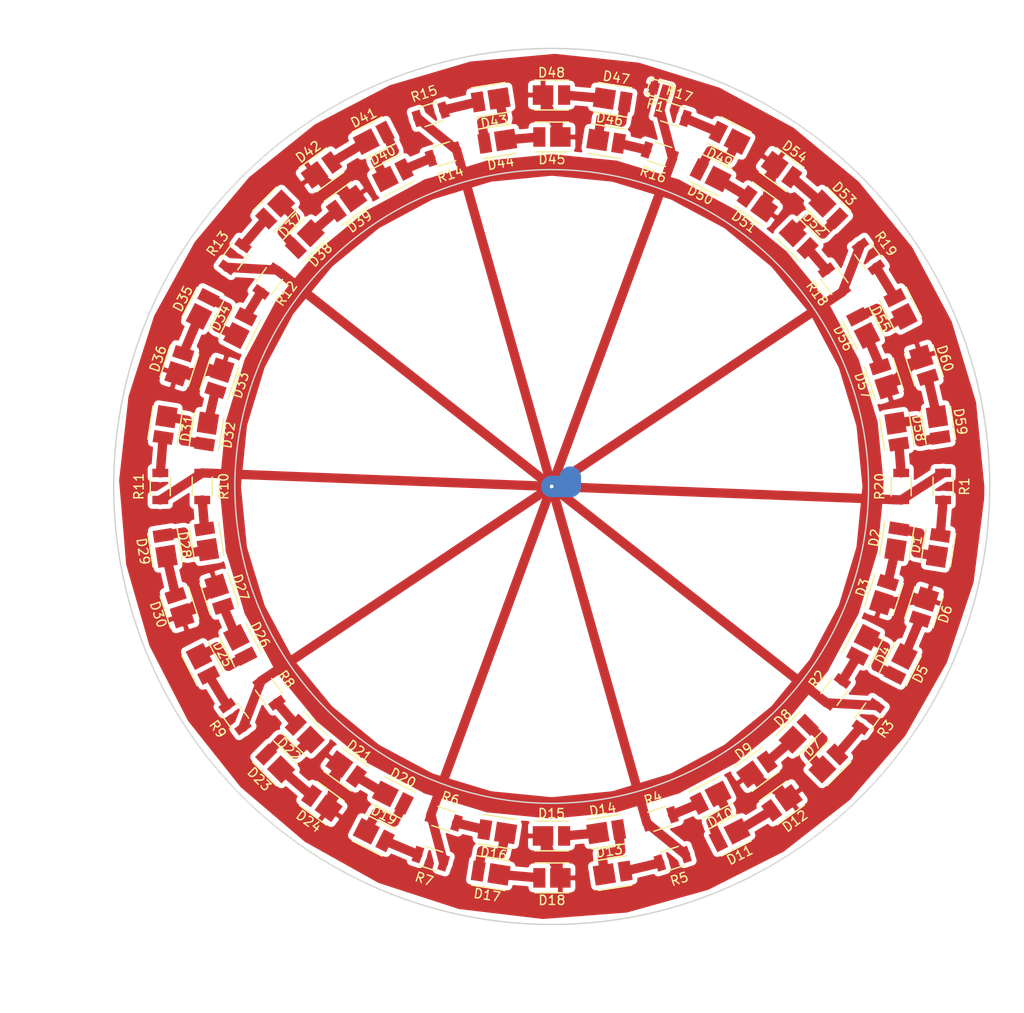
<source format=kicad_pcb>
(kicad_pcb (version 4) (host pcbnew 4.0.2-stable)
  (layers (0 F.Cu signal) (31 B.Cu signal) (34 B.Paste user) (35 F.Paste user) (36 B.SilkS user) (37 F.SilkS user) (38 B.Mask user) (39 F.Mask user) (44 Edge.Cuts user))
  (net 0 "")
  (net 1 "Net-(D1-Pad1)")
  (net 2 "Net-(D1-Pad2)")
  (net 3 "Net-(D2-Pad1)")
  (net 4 GND)
  (net 5 "Net-(D4-Pad1)")
  (net 6 "Net-(D4-Pad2)")
  (net 7 "Net-(D5-Pad1)")
  (net 8 +12V)
  (net 9 "Net-(D7-Pad2)")
  (net 10 "Net-(D10-Pad2)")
  (net 11 "Net-(D13-Pad2)")
  (net 12 "Net-(D16-Pad2)")
  (net 13 "Net-(D19-Pad2)")
  (net 14 "Net-(D22-Pad2)")
  (net 15 "Net-(D25-Pad2)")
  (net 16 "Net-(D28-Pad2)")
  (net 17 "Net-(D31-Pad2)")
  (net 18 "Net-(D34-Pad2)")
  (net 19 "Net-(D37-Pad2)")
  (net 20 "Net-(D40-Pad2)")
  (net 21 "Net-(D43-Pad2)")
  (net 22 "Net-(D46-Pad2)")
  (net 23 "Net-(D7-Pad1)")
  (net 24 "Net-(D8-Pad1)")
  (net 25 "Net-(D10-Pad1)")
  (net 26 "Net-(D11-Pad1)")
  (net 27 "Net-(D13-Pad1)")
  (net 28 "Net-(D14-Pad1)")
  (net 29 "Net-(D16-Pad1)")
  (net 30 "Net-(D17-Pad1)")
  (net 31 "Net-(D19-Pad1)")
  (net 32 "Net-(D20-Pad1)")
  (net 33 "Net-(D22-Pad1)")
  (net 34 "Net-(D23-Pad1)")
  (net 35 "Net-(D25-Pad1)")
  (net 36 "Net-(D26-Pad1)")
  (net 37 "Net-(D28-Pad1)")
  (net 38 "Net-(D29-Pad1)")
  (net 39 "Net-(D31-Pad1)")
  (net 40 "Net-(D32-Pad1)")
  (net 41 "Net-(D34-Pad1)")
  (net 42 "Net-(D35-Pad1)")
  (net 43 "Net-(D37-Pad1)")
  (net 44 "Net-(D38-Pad1)")
  (net 45 "Net-(D40-Pad1)")
  (net 46 "Net-(D41-Pad1)")
  (net 47 "Net-(D43-Pad1)")
  (net 48 "Net-(D44-Pad1)")
  (net 49 "Net-(D46-Pad1)")
  (net 50 "Net-(D47-Pad1)")
  (net 51 "Net-(D49-Pad1)")
  (net 52 "Net-(D49-Pad2)")
  (net 53 "Net-(D50-Pad1)")
  (net 54 "Net-(D52-Pad1)")
  (net 55 "Net-(D52-Pad2)")
  (net 56 "Net-(D53-Pad1)")
  (net 57 "Net-(D55-Pad1)")
  (net 58 "Net-(D55-Pad2)")
  (net 59 "Net-(D56-Pad1)")
  (net 60 "Net-(D58-Pad1)")
  (net 61 "Net-(D58-Pad2)")
  (net 62 "Net-(D59-Pad1)")
  (module Resistors_SMD:R_1206 (layer F.Cu) (at 190 105 270)
    (fp_text reference R1 (at 0 -2.3 270) (layer F.SilkS))
    (fp_text value 47R)
    (pad 1 smd rect (at -1.45 0 270) (size 0.9 1.7) (layers F.Cu F.Paste F.Mask) (net 8 +12V))
    (pad 2 smd rect (at 1.45 0 270) (size 0.9 1.7) (layers F.Cu F.Paste F.Mask) (net 2 "Net-(D1-Pad2)"))
  )
  (module Resistors_SMD:R_1206 (layer F.Cu) (at 178.338137 127.041946 54)
    (fp_text reference R2 (at 0 -2.3 54) (layer F.SilkS))
    (fp_text value 47R)
    (pad 1 smd rect (at -1.45 0 54) (size 0.9 1.7) (layers F.Cu F.Paste F.Mask) (net 8 +12V))
    (pad 2 smd rect (at 1.45 0 54) (size 0.9 1.7) (layers F.Cu F.Paste F.Mask) (net 6 "Net-(D4-Pad2)"))
  )
  (module Resistors_SMD:R_1206 (layer F.Cu) (at 181.978713 129.68698 234)
    (fp_text reference R3 (at 0 -2.3 234) (layer F.SilkS))
    (fp_text value 47R)
    (pad 1 smd rect (at -1.45 0 234) (size 0.9 1.7) (layers F.Cu F.Paste F.Mask) (net 8 +12V))
    (pad 2 smd rect (at 1.45 0 234) (size 0.9 1.7) (layers F.Cu F.Paste F.Mask) (net 9 "Net-(D7-Pad2)"))
  )
  (module Resistors_SMD:R_1206 (layer F.Cu) (at 159.588137 140.664619 18)
    (fp_text reference R4 (at 0 -2.3 18) (layer F.SilkS))
    (fp_text value 47R)
    (pad 1 smd rect (at -1.45 0 18) (size 0.9 1.7) (layers F.Cu F.Paste F.Mask) (net 8 +12V))
    (pad 2 smd rect (at 1.45 0 18) (size 0.9 1.7) (layers F.Cu F.Paste F.Mask) (net 10 "Net-(D10-Pad2)"))
  )
  (module Resistors_SMD:R_1206 (layer F.Cu) (at 160.978713 144.944373 198)
    (fp_text reference R5 (at 0 -2.3 198) (layer F.SilkS))
    (fp_text value 47R)
    (pad 1 smd rect (at -1.45 0 198) (size 0.9 1.7) (layers F.Cu F.Paste F.Mask) (net 8 +12V))
    (pad 2 smd rect (at 1.45 0 198) (size 0.9 1.7) (layers F.Cu F.Paste F.Mask) (net 11 "Net-(D13-Pad2)"))
  )
  (module Resistors_SMD:R_1206 (layer F.Cu) (at 136.411862 140.664619 342)
    (fp_text reference R6 (at 0 -2.3 342) (layer F.SilkS))
    (fp_text value 47R)
    (pad 1 smd rect (at -1.45 0 342) (size 0.9 1.7) (layers F.Cu F.Paste F.Mask) (net 8 +12V))
    (pad 2 smd rect (at 1.45 0 342) (size 0.9 1.7) (layers F.Cu F.Paste F.Mask) (net 12 "Net-(D16-Pad2)"))
  )
  (module Resistors_SMD:R_1206 (layer F.Cu) (at 135.021286 144.944373 162)
    (fp_text reference R7 (at 0 -2.3 162) (layer F.SilkS))
    (fp_text value 47R)
    (pad 1 smd rect (at -1.45 0 162) (size 0.9 1.7) (layers F.Cu F.Paste F.Mask) (net 8 +12V))
    (pad 2 smd rect (at 1.45 0 162) (size 0.9 1.7) (layers F.Cu F.Paste F.Mask) (net 13 "Net-(D19-Pad2)"))
  )
  (module Resistors_SMD:R_1206 (layer F.Cu) (at 117.661862 127.041946 306)
    (fp_text reference R8 (at 0 -2.3 306) (layer F.SilkS))
    (fp_text value 47R)
    (pad 1 smd rect (at -1.45 0 306) (size 0.9 1.7) (layers F.Cu F.Paste F.Mask) (net 8 +12V))
    (pad 2 smd rect (at 1.45 0 306) (size 0.9 1.7) (layers F.Cu F.Paste F.Mask) (net 14 "Net-(D22-Pad2)"))
  )
  (module Resistors_SMD:R_1206 (layer F.Cu) (at 114.021286 129.68698 126)
    (fp_text reference R9 (at 0 -2.3 126) (layer F.SilkS))
    (fp_text value 47R)
    (pad 1 smd rect (at -1.45 0 126) (size 0.9 1.7) (layers F.Cu F.Paste F.Mask) (net 8 +12V))
    (pad 2 smd rect (at 1.45 0 126) (size 0.9 1.7) (layers F.Cu F.Paste F.Mask) (net 15 "Net-(D25-Pad2)"))
  )
  (module Resistors_SMD:R_1206 (layer F.Cu) (at 110.5 105 270)
    (fp_text reference R10 (at 0 -2.3 270) (layer F.SilkS))
    (fp_text value 47R)
    (pad 1 smd rect (at -1.45 0 270) (size 0.9 1.7) (layers F.Cu F.Paste F.Mask) (net 8 +12V))
    (pad 2 smd rect (at 1.45 0 270) (size 0.9 1.7) (layers F.Cu F.Paste F.Mask) (net 16 "Net-(D28-Pad2)"))
  )
  (module Resistors_SMD:R_1206 (layer F.Cu) (at 106 105 90)
    (fp_text reference R11 (at 0 -2.3 90) (layer F.SilkS))
    (fp_text value 47R)
    (pad 1 smd rect (at -1.45 0 90) (size 0.9 1.7) (layers F.Cu F.Paste F.Mask) (net 8 +12V))
    (pad 2 smd rect (at 1.45 0 90) (size 0.9 1.7) (layers F.Cu F.Paste F.Mask) (net 17 "Net-(D31-Pad2)"))
  )
  (module Resistors_SMD:R_1206 (layer F.Cu) (at 117.661862 82.958053 234)
    (fp_text reference R12 (at 0 -2.3 234) (layer F.SilkS))
    (fp_text value 47R)
    (pad 1 smd rect (at -1.45 0 234) (size 0.9 1.7) (layers F.Cu F.Paste F.Mask) (net 8 +12V))
    (pad 2 smd rect (at 1.45 0 234) (size 0.9 1.7) (layers F.Cu F.Paste F.Mask) (net 18 "Net-(D34-Pad2)"))
  )
  (module Resistors_SMD:R_1206 (layer F.Cu) (at 114.021286 80.313019 54)
    (fp_text reference R13 (at 0 -2.3 54) (layer F.SilkS))
    (fp_text value 47R)
    (pad 1 smd rect (at -1.45 0 54) (size 0.9 1.7) (layers F.Cu F.Paste F.Mask) (net 8 +12V))
    (pad 2 smd rect (at 1.45 0 54) (size 0.9 1.7) (layers F.Cu F.Paste F.Mask) (net 19 "Net-(D37-Pad2)"))
  )
  (module Resistors_SMD:R_1206 (layer F.Cu) (at 136.411862 69.33538 198)
    (fp_text reference R14 (at 0 -2.3 198) (layer F.SilkS))
    (fp_text value 47R)
    (pad 1 smd rect (at -1.45 0 198) (size 0.9 1.7) (layers F.Cu F.Paste F.Mask) (net 8 +12V))
    (pad 2 smd rect (at 1.45 0 198) (size 0.9 1.7) (layers F.Cu F.Paste F.Mask) (net 20 "Net-(D40-Pad2)"))
  )
  (module Resistors_SMD:R_1206 (layer F.Cu) (at 135.021286 65.055626 18)
    (fp_text reference R15 (at 0 -2.3 18) (layer F.SilkS))
    (fp_text value 47R)
    (pad 1 smd rect (at -1.45 0 18) (size 0.9 1.7) (layers F.Cu F.Paste F.Mask) (net 8 +12V))
    (pad 2 smd rect (at 1.45 0 18) (size 0.9 1.7) (layers F.Cu F.Paste F.Mask) (net 21 "Net-(D43-Pad2)"))
  )
  (module Resistors_SMD:R_1206 (layer F.Cu) (at 159.588137 69.33538 162)
    (fp_text reference R16 (at 0 -2.3 162) (layer F.SilkS))
    (fp_text value 47R)
    (pad 1 smd rect (at -1.45 0 162) (size 0.9 1.7) (layers F.Cu F.Paste F.Mask) (net 8 +12V))
    (pad 2 smd rect (at 1.45 0 162) (size 0.9 1.7) (layers F.Cu F.Paste F.Mask) (net 22 "Net-(D46-Pad2)"))
  )
  (module LEDs:LED_PLCC_2835 (layer F.Cu) (at 189.48291 111.570247 261)
    (fp_text reference D1 (at 0.02 2.4 261) (layer F.SilkS))
    (fp_text value LED)
    (pad 1 smd rect (at 0.93 0 261) (size 2.2 2.1) (layers F.Cu F.Paste F.Mask) (net 1 "Net-(D1-Pad1)"))
    (pad 2 smd rect (at -1.33 0 261) (size 1.3 2.1) (layers F.Cu F.Paste F.Mask) (net 2 "Net-(D1-Pad2)"))
  )
  (module LEDs:LED_PLCC_2835 (layer F.Cu) (at 185.038312 110.866292 261)
    (fp_text reference D2 (at 0.02 2.4 261) (layer F.SilkS))
    (fp_text value LED)
    (pad 1 smd rect (at 0.93 0 261) (size 2.2 2.1) (layers F.Cu F.Paste F.Mask) (net 3 "Net-(D2-Pad1)"))
    (pad 2 smd rect (at -1.33 0 261) (size 1.3 2.1) (layers F.Cu F.Paste F.Mask) (net 1 "Net-(D1-Pad1)"))
  )
  (module LEDs:LED_PLCC_2835 (layer F.Cu) (at 183.664619 116.588137 252)
    (fp_text reference D3 (at 0.02 2.4 252) (layer F.SilkS))
    (fp_text value LED)
    (pad 1 smd rect (at 0.93 0 252) (size 2.2 2.1) (layers F.Cu F.Paste F.Mask) (net 4 GND))
    (pad 2 smd rect (at -1.33 0 252) (size 1.3 2.1) (layers F.Cu F.Paste F.Mask) (net 3 "Net-(D2-Pad1)"))
  )
  (module LEDs:LED_PLCC_2835 (layer F.Cu) (at 181.412744 122.024643 63)
    (fp_text reference D4 (at 0.02 2.4 63) (layer F.SilkS))
    (fp_text value LED)
    (pad 1 smd rect (at 0.93 0 63) (size 2.2 2.1) (layers F.Cu F.Paste F.Mask) (net 5 "Net-(D4-Pad1)"))
    (pad 2 smd rect (at -1.33 0 63) (size 1.3 2.1) (layers F.Cu F.Paste F.Mask) (net 6 "Net-(D4-Pad2)"))
  )
  (module LEDs:LED_PLCC_2835 (layer F.Cu) (at 185.422274 124.0676 63)
    (fp_text reference D5 (at 0.02 2.4 63) (layer F.SilkS))
    (fp_text value LED)
    (pad 1 smd rect (at 0.93 0 63) (size 2.2 2.1) (layers F.Cu F.Paste F.Mask) (net 7 "Net-(D5-Pad1)"))
    (pad 2 smd rect (at -1.33 0 63) (size 1.3 2.1) (layers F.Cu F.Paste F.Mask) (net 5 "Net-(D4-Pad1)"))
  )
  (module LEDs:LED_PLCC_2835 (layer F.Cu) (at 187.944373 117.978713 72)
    (fp_text reference D6 (at 0.02 2.4 72) (layer F.SilkS))
    (fp_text value LED)
    (pad 1 smd rect (at 0.93 0 72) (size 2.2 2.1) (layers F.Cu F.Paste F.Mask) (net 4 GND))
    (pad 2 smd rect (at -1.33 0 72) (size 1.3 2.1) (layers F.Cu F.Paste F.Mask) (net 7 "Net-(D5-Pad1)"))
  )
  (module LEDs:LED_PLCC_2835 (layer F.Cu) (at 177.698484 134.698484 225)
    (fp_text reference D7 (at 0.02 2.4 225) (layer F.SilkS))
    (fp_text value LED)
    (pad 1 smd rect (at 0.93 0 225) (size 2.2 2.1) (layers F.Cu F.Paste F.Mask) (net 23 "Net-(D7-Pad1)"))
    (pad 2 smd rect (at -1.33 0 225) (size 1.3 2.1) (layers F.Cu F.Paste F.Mask) (net 9 "Net-(D7-Pad2)"))
  )
  (module LEDs:LED_PLCC_2835 (layer F.Cu) (at 174.516504 131.516504 225)
    (fp_text reference D8 (at 0.02 2.4 225) (layer F.SilkS))
    (fp_text value LED)
    (pad 1 smd rect (at 0.93 0 225) (size 2.2 2.1) (layers F.Cu F.Paste F.Mask) (net 24 "Net-(D8-Pad1)"))
    (pad 2 smd rect (at -1.33 0 225) (size 1.3 2.1) (layers F.Cu F.Paste F.Mask) (net 23 "Net-(D7-Pad1)"))
  )
  (module LEDs:LED_PLCC_2835 (layer F.Cu) (at 170.041946 135.338137 216)
    (fp_text reference D9 (at 0.02 2.4 216) (layer F.SilkS))
    (fp_text value LED)
    (pad 1 smd rect (at 0.93 0 216) (size 2.2 2.1) (layers F.Cu F.Paste F.Mask) (net 4 GND))
    (pad 2 smd rect (at -1.33 0 216) (size 1.3 2.1) (layers F.Cu F.Paste F.Mask) (net 24 "Net-(D8-Pad1)"))
  )
  (module LEDs:LED_PLCC_2835 (layer F.Cu) (at 165.024643 138.412744 27)
    (fp_text reference D10 (at 0.02 2.4 27) (layer F.SilkS))
    (fp_text value LED)
    (pad 1 smd rect (at 0.93 0 27) (size 2.2 2.1) (layers F.Cu F.Paste F.Mask) (net 25 "Net-(D10-Pad1)"))
    (pad 2 smd rect (at -1.33 0 27) (size 1.3 2.1) (layers F.Cu F.Paste F.Mask) (net 10 "Net-(D10-Pad2)"))
  )
  (module LEDs:LED_PLCC_2835 (layer F.Cu) (at 167.0676 142.422274 27)
    (fp_text reference D11 (at 0.02 2.4 27) (layer F.SilkS))
    (fp_text value LED)
    (pad 1 smd rect (at 0.93 0 27) (size 2.2 2.1) (layers F.Cu F.Paste F.Mask) (net 26 "Net-(D11-Pad1)"))
    (pad 2 smd rect (at -1.33 0 27) (size 1.3 2.1) (layers F.Cu F.Paste F.Mask) (net 25 "Net-(D10-Pad1)"))
  )
  (module LEDs:LED_PLCC_2835 (layer F.Cu) (at 172.68698 138.978713 36)
    (fp_text reference D12 (at 0.02 2.4 36) (layer F.SilkS))
    (fp_text value LED)
    (pad 1 smd rect (at 0.93 0 36) (size 2.2 2.1) (layers F.Cu F.Paste F.Mask) (net 4 GND))
    (pad 2 smd rect (at -1.33 0 36) (size 1.3 2.1) (layers F.Cu F.Paste F.Mask) (net 26 "Net-(D11-Pad1)"))
  )
  (module LEDs:LED_PLCC_2835 (layer F.Cu) (at 154.570247 146.48291 189)
    (fp_text reference D13 (at 0.02 2.4 189) (layer F.SilkS))
    (fp_text value LED)
    (pad 1 smd rect (at 0.93 0 189) (size 2.2 2.1) (layers F.Cu F.Paste F.Mask) (net 27 "Net-(D13-Pad1)"))
    (pad 2 smd rect (at -1.33 0 189) (size 1.3 2.1) (layers F.Cu F.Paste F.Mask) (net 11 "Net-(D13-Pad2)"))
  )
  (module LEDs:LED_PLCC_2835 (layer F.Cu) (at 153.866292 142.038312 189)
    (fp_text reference D14 (at 0.02 2.4 189) (layer F.SilkS))
    (fp_text value LED)
    (pad 1 smd rect (at 0.93 0 189) (size 2.2 2.1) (layers F.Cu F.Paste F.Mask) (net 28 "Net-(D14-Pad1)"))
    (pad 2 smd rect (at -1.33 0 189) (size 1.3 2.1) (layers F.Cu F.Paste F.Mask) (net 27 "Net-(D13-Pad1)"))
  )
  (module LEDs:LED_PLCC_2835 (layer F.Cu) (at 148 142.5 180)
    (fp_text reference D15 (at 0.02 2.4 180) (layer F.SilkS))
    (fp_text value LED)
    (pad 1 smd rect (at 0.93 0 180) (size 2.2 2.1) (layers F.Cu F.Paste F.Mask) (net 4 GND))
    (pad 2 smd rect (at -1.33 0 180) (size 1.3 2.1) (layers F.Cu F.Paste F.Mask) (net 28 "Net-(D14-Pad1)"))
  )
  (module LEDs:LED_PLCC_2835 (layer F.Cu) (at 142.133707 142.038312 351)
    (fp_text reference D16 (at 0.02 2.4 351) (layer F.SilkS))
    (fp_text value LED)
    (pad 1 smd rect (at 0.93 0 351) (size 2.2 2.1) (layers F.Cu F.Paste F.Mask) (net 29 "Net-(D16-Pad1)"))
    (pad 2 smd rect (at -1.33 0 351) (size 1.3 2.1) (layers F.Cu F.Paste F.Mask) (net 12 "Net-(D16-Pad2)"))
  )
  (module LEDs:LED_PLCC_2835 (layer F.Cu) (at 141.429752 146.48291 351)
    (fp_text reference D17 (at 0.02 2.4 351) (layer F.SilkS))
    (fp_text value LED)
    (pad 1 smd rect (at 0.93 0 351) (size 2.2 2.1) (layers F.Cu F.Paste F.Mask) (net 30 "Net-(D17-Pad1)"))
    (pad 2 smd rect (at -1.33 0 351) (size 1.3 2.1) (layers F.Cu F.Paste F.Mask) (net 29 "Net-(D16-Pad1)"))
  )
  (module LEDs:LED_PLCC_2835 (layer F.Cu) (at 148 147)
    (fp_text reference D18 (at 0.02 2.4) (layer F.SilkS))
    (fp_text value LED)
    (pad 1 smd rect (at 0.93 0) (size 2.2 2.1) (layers F.Cu F.Paste F.Mask) (net 4 GND))
    (pad 2 smd rect (at -1.33 0) (size 1.3 2.1) (layers F.Cu F.Paste F.Mask) (net 30 "Net-(D17-Pad1)"))
  )
  (module LEDs:LED_PLCC_2835 (layer F.Cu) (at 128.932399 142.422274 153)
    (fp_text reference D19 (at 0.02 2.4 153) (layer F.SilkS))
    (fp_text value LED)
    (pad 1 smd rect (at 0.93 0 153) (size 2.2 2.1) (layers F.Cu F.Paste F.Mask) (net 31 "Net-(D19-Pad1)"))
    (pad 2 smd rect (at -1.33 0 153) (size 1.3 2.1) (layers F.Cu F.Paste F.Mask) (net 13 "Net-(D19-Pad2)"))
  )
  (module LEDs:LED_PLCC_2835 (layer F.Cu) (at 130.975356 138.412744 153)
    (fp_text reference D20 (at 0.02 2.4 153) (layer F.SilkS))
    (fp_text value LED)
    (pad 1 smd rect (at 0.93 0 153) (size 2.2 2.1) (layers F.Cu F.Paste F.Mask) (net 32 "Net-(D20-Pad1)"))
    (pad 2 smd rect (at -1.33 0 153) (size 1.3 2.1) (layers F.Cu F.Paste F.Mask) (net 31 "Net-(D19-Pad1)"))
  )
  (module LEDs:LED_PLCC_2835 (layer F.Cu) (at 125.958053 135.338137 144)
    (fp_text reference D21 (at 0.02 2.4 144) (layer F.SilkS))
    (fp_text value LED)
    (pad 1 smd rect (at 0.93 0 144) (size 2.2 2.1) (layers F.Cu F.Paste F.Mask) (net 4 GND))
    (pad 2 smd rect (at -1.33 0 144) (size 1.3 2.1) (layers F.Cu F.Paste F.Mask) (net 32 "Net-(D20-Pad1)"))
  )
  (module LEDs:LED_PLCC_2835 (layer F.Cu) (at 121.483495 131.516504 315)
    (fp_text reference D22 (at 0.02 2.4 315) (layer F.SilkS))
    (fp_text value LED)
    (pad 1 smd rect (at 0.93 0 315) (size 2.2 2.1) (layers F.Cu F.Paste F.Mask) (net 33 "Net-(D22-Pad1)"))
    (pad 2 smd rect (at -1.33 0 315) (size 1.3 2.1) (layers F.Cu F.Paste F.Mask) (net 14 "Net-(D22-Pad2)"))
  )
  (module LEDs:LED_PLCC_2835 (layer F.Cu) (at 118.301515 134.698484 315)
    (fp_text reference D23 (at 0.02 2.4 315) (layer F.SilkS))
    (fp_text value LED)
    (pad 1 smd rect (at 0.93 0 315) (size 2.2 2.1) (layers F.Cu F.Paste F.Mask) (net 34 "Net-(D23-Pad1)"))
    (pad 2 smd rect (at -1.33 0 315) (size 1.3 2.1) (layers F.Cu F.Paste F.Mask) (net 33 "Net-(D22-Pad1)"))
  )
  (module LEDs:LED_PLCC_2835 (layer F.Cu) (at 123.313019 138.978713 324)
    (fp_text reference D24 (at 0.02 2.4 324) (layer F.SilkS))
    (fp_text value LED)
    (pad 1 smd rect (at 0.93 0 324) (size 2.2 2.1) (layers F.Cu F.Paste F.Mask) (net 4 GND))
    (pad 2 smd rect (at -1.33 0 324) (size 1.3 2.1) (layers F.Cu F.Paste F.Mask) (net 34 "Net-(D23-Pad1)"))
  )
  (module LEDs:LED_PLCC_2835 (layer F.Cu) (at 110.577725 124.0676 117)
    (fp_text reference D25 (at 0.02 2.4 117) (layer F.SilkS))
    (fp_text value LED)
    (pad 1 smd rect (at 0.93 0 117) (size 2.2 2.1) (layers F.Cu F.Paste F.Mask) (net 35 "Net-(D25-Pad1)"))
    (pad 2 smd rect (at -1.33 0 117) (size 1.3 2.1) (layers F.Cu F.Paste F.Mask) (net 15 "Net-(D25-Pad2)"))
  )
  (module LEDs:LED_PLCC_2835 (layer F.Cu) (at 114.587255 122.024643 117)
    (fp_text reference D26 (at 0.02 2.4 117) (layer F.SilkS))
    (fp_text value LED)
    (pad 1 smd rect (at 0.93 0 117) (size 2.2 2.1) (layers F.Cu F.Paste F.Mask) (net 36 "Net-(D26-Pad1)"))
    (pad 2 smd rect (at -1.33 0 117) (size 1.3 2.1) (layers F.Cu F.Paste F.Mask) (net 35 "Net-(D25-Pad1)"))
  )
  (module LEDs:LED_PLCC_2835 (layer F.Cu) (at 112.33538 116.588137 108)
    (fp_text reference D27 (at 0.02 2.4 108) (layer F.SilkS))
    (fp_text value LED)
    (pad 1 smd rect (at 0.93 0 108) (size 2.2 2.1) (layers F.Cu F.Paste F.Mask) (net 4 GND))
    (pad 2 smd rect (at -1.33 0 108) (size 1.3 2.1) (layers F.Cu F.Paste F.Mask) (net 36 "Net-(D26-Pad1)"))
  )
  (module LEDs:LED_PLCC_2835 (layer F.Cu) (at 110.961687 110.866292 279)
    (fp_text reference D28 (at 0.02 2.4 279) (layer F.SilkS))
    (fp_text value LED)
    (pad 1 smd rect (at 0.93 0 279) (size 2.2 2.1) (layers F.Cu F.Paste F.Mask) (net 37 "Net-(D28-Pad1)"))
    (pad 2 smd rect (at -1.33 0 279) (size 1.3 2.1) (layers F.Cu F.Paste F.Mask) (net 16 "Net-(D28-Pad2)"))
  )
  (module LEDs:LED_PLCC_2835 (layer F.Cu) (at 106.517089 111.570247 279)
    (fp_text reference D29 (at 0.02 2.4 279) (layer F.SilkS))
    (fp_text value LED)
    (pad 1 smd rect (at 0.93 0 279) (size 2.2 2.1) (layers F.Cu F.Paste F.Mask) (net 38 "Net-(D29-Pad1)"))
    (pad 2 smd rect (at -1.33 0 279) (size 1.3 2.1) (layers F.Cu F.Paste F.Mask) (net 37 "Net-(D28-Pad1)"))
  )
  (module LEDs:LED_PLCC_2835 (layer F.Cu) (at 108.055626 117.978713 288)
    (fp_text reference D30 (at 0.02 2.4 288) (layer F.SilkS))
    (fp_text value LED)
    (pad 1 smd rect (at 0.93 0 288) (size 2.2 2.1) (layers F.Cu F.Paste F.Mask) (net 4 GND))
    (pad 2 smd rect (at -1.33 0 288) (size 1.3 2.1) (layers F.Cu F.Paste F.Mask) (net 38 "Net-(D29-Pad1)"))
  )
  (module LEDs:LED_PLCC_2835 (layer F.Cu) (at 106.517089 98.429752 81)
    (fp_text reference D31 (at 0.02 2.4 81) (layer F.SilkS))
    (fp_text value LED)
    (pad 1 smd rect (at 0.93 0 81) (size 2.2 2.1) (layers F.Cu F.Paste F.Mask) (net 39 "Net-(D31-Pad1)"))
    (pad 2 smd rect (at -1.33 0 81) (size 1.3 2.1) (layers F.Cu F.Paste F.Mask) (net 17 "Net-(D31-Pad2)"))
  )
  (module LEDs:LED_PLCC_2835 (layer F.Cu) (at 110.961687 99.133707 81)
    (fp_text reference D32 (at 0.02 2.4 81) (layer F.SilkS))
    (fp_text value LED)
    (pad 1 smd rect (at 0.93 0 81) (size 2.2 2.1) (layers F.Cu F.Paste F.Mask) (net 40 "Net-(D32-Pad1)"))
    (pad 2 smd rect (at -1.33 0 81) (size 1.3 2.1) (layers F.Cu F.Paste F.Mask) (net 39 "Net-(D31-Pad1)"))
  )
  (module LEDs:LED_PLCC_2835 (layer F.Cu) (at 112.33538 93.411862 72)
    (fp_text reference D33 (at 0.02 2.4 72) (layer F.SilkS))
    (fp_text value LED)
    (pad 1 smd rect (at 0.93 0 72) (size 2.2 2.1) (layers F.Cu F.Paste F.Mask) (net 4 GND))
    (pad 2 smd rect (at -1.33 0 72) (size 1.3 2.1) (layers F.Cu F.Paste F.Mask) (net 40 "Net-(D32-Pad1)"))
  )
  (module LEDs:LED_PLCC_2835 (layer F.Cu) (at 114.587255 87.975356 243)
    (fp_text reference D34 (at 0.02 2.4 243) (layer F.SilkS))
    (fp_text value LED)
    (pad 1 smd rect (at 0.93 0 243) (size 2.2 2.1) (layers F.Cu F.Paste F.Mask) (net 41 "Net-(D34-Pad1)"))
    (pad 2 smd rect (at -1.33 0 243) (size 1.3 2.1) (layers F.Cu F.Paste F.Mask) (net 18 "Net-(D34-Pad2)"))
  )
  (module LEDs:LED_PLCC_2835 (layer F.Cu) (at 110.577725 85.932399 243)
    (fp_text reference D35 (at 0.02 2.4 243) (layer F.SilkS))
    (fp_text value LED)
    (pad 1 smd rect (at 0.93 0 243) (size 2.2 2.1) (layers F.Cu F.Paste F.Mask) (net 42 "Net-(D35-Pad1)"))
    (pad 2 smd rect (at -1.33 0 243) (size 1.3 2.1) (layers F.Cu F.Paste F.Mask) (net 41 "Net-(D34-Pad1)"))
  )
  (module LEDs:LED_PLCC_2835 (layer F.Cu) (at 108.055626 92.021286 252)
    (fp_text reference D36 (at 0.02 2.4 252) (layer F.SilkS))
    (fp_text value LED)
    (pad 1 smd rect (at 0.93 0 252) (size 2.2 2.1) (layers F.Cu F.Paste F.Mask) (net 4 GND))
    (pad 2 smd rect (at -1.33 0 252) (size 1.3 2.1) (layers F.Cu F.Paste F.Mask) (net 42 "Net-(D35-Pad1)"))
  )
  (module LEDs:LED_PLCC_2835 (layer F.Cu) (at 118.301515 75.301515 45)
    (fp_text reference D37 (at 0.02 2.4 45) (layer F.SilkS))
    (fp_text value LED)
    (pad 1 smd rect (at 0.93 0 45) (size 2.2 2.1) (layers F.Cu F.Paste F.Mask) (net 43 "Net-(D37-Pad1)"))
    (pad 2 smd rect (at -1.33 0 45) (size 1.3 2.1) (layers F.Cu F.Paste F.Mask) (net 19 "Net-(D37-Pad2)"))
  )
  (module LEDs:LED_PLCC_2835 (layer F.Cu) (at 121.483495 78.483495 45)
    (fp_text reference D38 (at 0.02 2.4 45) (layer F.SilkS))
    (fp_text value LED)
    (pad 1 smd rect (at 0.93 0 45) (size 2.2 2.1) (layers F.Cu F.Paste F.Mask) (net 44 "Net-(D38-Pad1)"))
    (pad 2 smd rect (at -1.33 0 45) (size 1.3 2.1) (layers F.Cu F.Paste F.Mask) (net 43 "Net-(D37-Pad1)"))
  )
  (module LEDs:LED_PLCC_2835 (layer F.Cu) (at 125.958053 74.661862 36)
    (fp_text reference D39 (at 0.02 2.4 36) (layer F.SilkS))
    (fp_text value LED)
    (pad 1 smd rect (at 0.93 0 36) (size 2.2 2.1) (layers F.Cu F.Paste F.Mask) (net 4 GND))
    (pad 2 smd rect (at -1.33 0 36) (size 1.3 2.1) (layers F.Cu F.Paste F.Mask) (net 44 "Net-(D38-Pad1)"))
  )
  (module LEDs:LED_PLCC_2835 (layer F.Cu) (at 130.975356 71.587255 207)
    (fp_text reference D40 (at 0.02 2.4 207) (layer F.SilkS))
    (fp_text value LED)
    (pad 1 smd rect (at 0.93 0 207) (size 2.2 2.1) (layers F.Cu F.Paste F.Mask) (net 45 "Net-(D40-Pad1)"))
    (pad 2 smd rect (at -1.33 0 207) (size 1.3 2.1) (layers F.Cu F.Paste F.Mask) (net 20 "Net-(D40-Pad2)"))
  )
  (module LEDs:LED_PLCC_2835 (layer F.Cu) (at 128.932399 67.577725 207)
    (fp_text reference D41 (at 0.02 2.4 207) (layer F.SilkS))
    (fp_text value LED)
    (pad 1 smd rect (at 0.93 0 207) (size 2.2 2.1) (layers F.Cu F.Paste F.Mask) (net 46 "Net-(D41-Pad1)"))
    (pad 2 smd rect (at -1.33 0 207) (size 1.3 2.1) (layers F.Cu F.Paste F.Mask) (net 45 "Net-(D40-Pad1)"))
  )
  (module LEDs:LED_PLCC_2835 (layer F.Cu) (at 123.313019 71.021286 216)
    (fp_text reference D42 (at 0.02 2.4 216) (layer F.SilkS))
    (fp_text value LED)
    (pad 1 smd rect (at 0.93 0 216) (size 2.2 2.1) (layers F.Cu F.Paste F.Mask) (net 4 GND))
    (pad 2 smd rect (at -1.33 0 216) (size 1.3 2.1) (layers F.Cu F.Paste F.Mask) (net 46 "Net-(D41-Pad1)"))
  )
  (module LEDs:LED_PLCC_2835 (layer F.Cu) (at 141.429752 63.517089 9)
    (fp_text reference D43 (at 0.02 2.4 9) (layer F.SilkS))
    (fp_text value LED)
    (pad 1 smd rect (at 0.93 0 9) (size 2.2 2.1) (layers F.Cu F.Paste F.Mask) (net 47 "Net-(D43-Pad1)"))
    (pad 2 smd rect (at -1.33 0 9) (size 1.3 2.1) (layers F.Cu F.Paste F.Mask) (net 21 "Net-(D43-Pad2)"))
  )
  (module LEDs:LED_PLCC_2835 (layer F.Cu) (at 142.133707 67.961687 9)
    (fp_text reference D44 (at 0.02 2.4 9) (layer F.SilkS))
    (fp_text value LED)
    (pad 1 smd rect (at 0.93 0 9) (size 2.2 2.1) (layers F.Cu F.Paste F.Mask) (net 48 "Net-(D44-Pad1)"))
    (pad 2 smd rect (at -1.33 0 9) (size 1.3 2.1) (layers F.Cu F.Paste F.Mask) (net 47 "Net-(D43-Pad1)"))
  )
  (module LEDs:LED_PLCC_2835 (layer F.Cu) (at 148 67.5)
    (fp_text reference D45 (at 0.02 2.4) (layer F.SilkS))
    (fp_text value LED)
    (pad 1 smd rect (at 0.93 0) (size 2.2 2.1) (layers F.Cu F.Paste F.Mask) (net 4 GND))
    (pad 2 smd rect (at -1.33 0) (size 1.3 2.1) (layers F.Cu F.Paste F.Mask) (net 48 "Net-(D44-Pad1)"))
  )
  (module LEDs:LED_PLCC_2835 (layer F.Cu) (at 153.866292 67.961687 171)
    (fp_text reference D46 (at 0.02 2.4 171) (layer F.SilkS))
    (fp_text value LED)
    (pad 1 smd rect (at 0.93 0 171) (size 2.2 2.1) (layers F.Cu F.Paste F.Mask) (net 49 "Net-(D46-Pad1)"))
    (pad 2 smd rect (at -1.33 0 171) (size 1.3 2.1) (layers F.Cu F.Paste F.Mask) (net 22 "Net-(D46-Pad2)"))
  )
  (module LEDs:LED_PLCC_2835 (layer F.Cu) (at 154.570247 63.517089 171)
    (fp_text reference D47 (at 0.02 2.4 171) (layer F.SilkS))
    (fp_text value LED)
    (pad 1 smd rect (at 0.93 0 171) (size 2.2 2.1) (layers F.Cu F.Paste F.Mask) (net 50 "Net-(D47-Pad1)"))
    (pad 2 smd rect (at -1.33 0 171) (size 1.3 2.1) (layers F.Cu F.Paste F.Mask) (net 49 "Net-(D46-Pad1)"))
  )
  (module LEDs:LED_PLCC_2835 (layer F.Cu) (at 148 63 180)
    (fp_text reference D48 (at 0.02 2.4 180) (layer F.SilkS))
    (fp_text value LED)
    (pad 1 smd rect (at 0.93 0 180) (size 2.2 2.1) (layers F.Cu F.Paste F.Mask) (net 4 GND))
    (pad 2 smd rect (at -1.33 0 180) (size 1.3 2.1) (layers F.Cu F.Paste F.Mask) (net 50 "Net-(D47-Pad1)"))
  )
  (module LEDs:LED_PLCC_2835 (layer F.Cu) (at 167.0676 67.577725 333)
    (fp_text reference D49 (at 0.02 2.4 333) (layer F.SilkS))
    (fp_text value LED)
    (pad 1 smd rect (at 0.93 0 333) (size 2.2 2.1) (layers F.Cu F.Paste F.Mask) (net 51 "Net-(D49-Pad1)"))
    (pad 2 smd rect (at -1.33 0 333) (size 1.3 2.1) (layers F.Cu F.Paste F.Mask) (net 52 "Net-(D49-Pad2)"))
  )
  (module LEDs:LED_PLCC_2835 (layer F.Cu) (at 165.024643 71.587255 333)
    (fp_text reference D50 (at 0.02 2.4 333) (layer F.SilkS))
    (fp_text value LED)
    (pad 1 smd rect (at 0.93 0 333) (size 2.2 2.1) (layers F.Cu F.Paste F.Mask) (net 53 "Net-(D50-Pad1)"))
    (pad 2 smd rect (at -1.33 0 333) (size 1.3 2.1) (layers F.Cu F.Paste F.Mask) (net 51 "Net-(D49-Pad1)"))
  )
  (module LEDs:LED_PLCC_2835 (layer F.Cu) (at 170.041946 74.661862 324)
    (fp_text reference D51 (at 0.02 2.4 324) (layer F.SilkS))
    (fp_text value LED)
    (pad 1 smd rect (at 0.93 0 324) (size 2.2 2.1) (layers F.Cu F.Paste F.Mask) (net 4 GND))
    (pad 2 smd rect (at -1.33 0 324) (size 1.3 2.1) (layers F.Cu F.Paste F.Mask) (net 53 "Net-(D50-Pad1)"))
  )
  (module LEDs:LED_PLCC_2835 (layer F.Cu) (at 174.516504 78.483495 135)
    (fp_text reference D52 (at 0.02 2.4 135) (layer F.SilkS))
    (fp_text value LED)
    (pad 1 smd rect (at 0.93 0 135) (size 2.2 2.1) (layers F.Cu F.Paste F.Mask) (net 54 "Net-(D52-Pad1)"))
    (pad 2 smd rect (at -1.33 0 135) (size 1.3 2.1) (layers F.Cu F.Paste F.Mask) (net 55 "Net-(D52-Pad2)"))
  )
  (module LEDs:LED_PLCC_2835 (layer F.Cu) (at 177.698484 75.301515 135)
    (fp_text reference D53 (at 0.02 2.4 135) (layer F.SilkS))
    (fp_text value LED)
    (pad 1 smd rect (at 0.93 0 135) (size 2.2 2.1) (layers F.Cu F.Paste F.Mask) (net 56 "Net-(D53-Pad1)"))
    (pad 2 smd rect (at -1.33 0 135) (size 1.3 2.1) (layers F.Cu F.Paste F.Mask) (net 54 "Net-(D52-Pad1)"))
  )
  (module LEDs:LED_PLCC_2835 (layer F.Cu) (at 172.68698 71.021286 144)
    (fp_text reference D54 (at 0.02 2.4 144) (layer F.SilkS))
    (fp_text value LED)
    (pad 1 smd rect (at 0.93 0 144) (size 2.2 2.1) (layers F.Cu F.Paste F.Mask) (net 4 GND))
    (pad 2 smd rect (at -1.33 0 144) (size 1.3 2.1) (layers F.Cu F.Paste F.Mask) (net 56 "Net-(D53-Pad1)"))
  )
  (module LEDs:LED_PLCC_2835 (layer F.Cu) (at 185.422274 85.932399 297)
    (fp_text reference D55 (at 0.02 2.4 297) (layer F.SilkS))
    (fp_text value LED)
    (pad 1 smd rect (at 0.93 0 297) (size 2.2 2.1) (layers F.Cu F.Paste F.Mask) (net 57 "Net-(D55-Pad1)"))
    (pad 2 smd rect (at -1.33 0 297) (size 1.3 2.1) (layers F.Cu F.Paste F.Mask) (net 58 "Net-(D55-Pad2)"))
  )
  (module LEDs:LED_PLCC_2835 (layer F.Cu) (at 181.412744 87.975356 297)
    (fp_text reference D56 (at 0.02 2.4 297) (layer F.SilkS))
    (fp_text value LED)
    (pad 1 smd rect (at 0.93 0 297) (size 2.2 2.1) (layers F.Cu F.Paste F.Mask) (net 59 "Net-(D56-Pad1)"))
    (pad 2 smd rect (at -1.33 0 297) (size 1.3 2.1) (layers F.Cu F.Paste F.Mask) (net 57 "Net-(D55-Pad1)"))
  )
  (module LEDs:LED_PLCC_2835 (layer F.Cu) (at 183.664619 93.411862 288)
    (fp_text reference D57 (at 0.02 2.4 288) (layer F.SilkS))
    (fp_text value LED)
    (pad 1 smd rect (at 0.93 0 288) (size 2.2 2.1) (layers F.Cu F.Paste F.Mask) (net 4 GND))
    (pad 2 smd rect (at -1.33 0 288) (size 1.3 2.1) (layers F.Cu F.Paste F.Mask) (net 59 "Net-(D56-Pad1)"))
  )
  (module LEDs:LED_PLCC_2835 (layer F.Cu) (at 185.038312 99.133707 99)
    (fp_text reference D58 (at 0.02 2.4 99) (layer F.SilkS))
    (fp_text value LED)
    (pad 1 smd rect (at 0.93 0 99) (size 2.2 2.1) (layers F.Cu F.Paste F.Mask) (net 60 "Net-(D58-Pad1)"))
    (pad 2 smd rect (at -1.33 0 99) (size 1.3 2.1) (layers F.Cu F.Paste F.Mask) (net 61 "Net-(D58-Pad2)"))
  )
  (module LEDs:LED_PLCC_2835 (layer F.Cu) (at 189.48291 98.429752 99)
    (fp_text reference D59 (at 0.02 2.4 99) (layer F.SilkS))
    (fp_text value LED)
    (pad 1 smd rect (at 0.93 0 99) (size 2.2 2.1) (layers F.Cu F.Paste F.Mask) (net 62 "Net-(D59-Pad1)"))
    (pad 2 smd rect (at -1.33 0 99) (size 1.3 2.1) (layers F.Cu F.Paste F.Mask) (net 60 "Net-(D58-Pad1)"))
  )
  (module LEDs:LED_PLCC_2835 (layer F.Cu) (at 187.944373 92.021286 108)
    (fp_text reference D60 (at 0.02 2.4 108) (layer F.SilkS))
    (fp_text value LED)
    (pad 1 smd rect (at 0.93 0 108) (size 2.2 2.1) (layers F.Cu F.Paste F.Mask) (net 4 GND))
    (pad 2 smd rect (at -1.33 0 108) (size 1.3 2.1) (layers F.Cu F.Paste F.Mask) (net 62 "Net-(D59-Pad1)"))
  )
  (module Resistors_SMD:R_1206 (layer F.Cu) (at 160.978713 65.055626 342)
    (fp_text reference R17 (at 0 -2.3 342) (layer F.SilkS))
    (fp_text value 47R)
    (pad 1 smd rect (at -1.45 0 342) (size 0.9 1.7) (layers F.Cu F.Paste F.Mask) (net 8 +12V))
    (pad 2 smd rect (at 1.45 0 342) (size 0.9 1.7) (layers F.Cu F.Paste F.Mask) (net 52 "Net-(D49-Pad2)"))
  )
  (module Resistors_SMD:R_1206 (layer F.Cu) (at 178.338137 82.958053 126)
    (fp_text reference R18 (at 0 -2.3 126) (layer F.SilkS))
    (fp_text value 47R)
    (pad 1 smd rect (at -1.45 0 126) (size 0.9 1.7) (layers F.Cu F.Paste F.Mask) (net 8 +12V))
    (pad 2 smd rect (at 1.45 0 126) (size 0.9 1.7) (layers F.Cu F.Paste F.Mask) (net 55 "Net-(D52-Pad2)"))
  )
  (module Resistors_SMD:R_1206 (layer F.Cu) (at 181.978713 80.313019 306)
    (fp_text reference R19 (at 0 -2.3 306) (layer F.SilkS))
    (fp_text value 47R)
    (pad 1 smd rect (at -1.45 0 306) (size 0.9 1.7) (layers F.Cu F.Paste F.Mask) (net 8 +12V))
    (pad 2 smd rect (at 1.45 0 306) (size 0.9 1.7) (layers F.Cu F.Paste F.Mask) (net 58 "Net-(D55-Pad2)"))
  )
  (module Resistors_SMD:R_1206 (layer F.Cu) (at 185.5 104.999999 90)
    (fp_text reference R20 (at 0 -2.3 90) (layer F.SilkS))
    (fp_text value 47R)
    (pad 1 smd rect (at -1.45 0 90) (size 0.9 1.7) (layers F.Cu F.Paste F.Mask) (net 8 +12V))
    (pad 2 smd rect (at 1.45 0 90) (size 0.9 1.7) (layers F.Cu F.Paste F.Mask) (net 61 "Net-(D58-Pad2)"))
  )
  (module Connect:GS2 (layer F.Cu) (at 159.6 62.4 255)
    (fp_text reference P1 (at 1.778 0 345) (layer F.SilkS))
    (fp_text value CONN_01X02)
    (pad 1 smd rect (at 0 -0.635 255) (size 1.27 0.9652) (layers F.Cu F.Paste F.Mask) (net 8 +12V))
    (pad 2 smd rect (at 0 0.635 255) (size 1.27 0.9652) (layers F.Cu F.Paste F.Mask) (net 4 GND))
  )
  (gr_circle (center 148 105) (end 148 152) (layer Edge.Cuts) (width 0.15))
  (gr_circle (center 148 105) (end 148 139) (layer Edge.Cuts) (width 0.15))
  (segment (start 181.837092 98.269383) (end 182.5 105) (width 2.3) (layer F.Cu) (net 0))
  (segment (start 182.5 105) (end 181.837092 111.730616) (width 2.3) (layer F.Cu) (net 0))
  (segment (start 181.837092 111.730616) (end 179.873843 118.202578) (width 2.3) (layer F.Cu) (net 0))
  (segment (start 179.873843 118.202578) (end 176.685701 124.167173) (width 2.3) (layer F.Cu) (net 0))
  (segment (start 176.685701 124.167173) (end 172.395183 129.395183) (width 2.3) (layer F.Cu) (net 0))
  (segment (start 172.395183 129.395183) (end 167.167173 133.685701) (width 2.3) (layer F.Cu) (net 0))
  (segment (start 167.167173 133.685701) (end 161.202578 136.873843) (width 2.3) (layer F.Cu) (net 0))
  (segment (start 161.202578 136.873843) (end 154.730616 138.837092) (width 2.3) (layer F.Cu) (net 0))
  (segment (start 154.730616 138.837092) (end 148 139.5) (width 2.3) (layer F.Cu) (net 0))
  (segment (start 148 139.5) (end 141.269383 138.837092) (width 2.3) (layer F.Cu) (net 0))
  (segment (start 141.269383 138.837092) (end 134.797421 136.873843) (width 2.3) (layer F.Cu) (net 0))
  (segment (start 134.797421 136.873843) (end 128.832826 133.685701) (width 2.3) (layer F.Cu) (net 0))
  (segment (start 128.832826 133.685701) (end 123.604816 129.395183) (width 2.3) (layer F.Cu) (net 0))
  (segment (start 123.604816 129.395183) (end 119.314298 124.167173) (width 2.3) (layer F.Cu) (net 0))
  (segment (start 119.314298 124.167173) (end 116.126156 118.202578) (width 2.3) (layer F.Cu) (net 0))
  (segment (start 116.126156 118.202578) (end 114.162907 111.730616) (width 2.3) (layer F.Cu) (net 0))
  (segment (start 114.162907 111.730616) (end 113.5 105) (width 2.3) (layer F.Cu) (net 0))
  (segment (start 113.5 105) (end 114.162907 98.269383) (width 2.3) (layer F.Cu) (net 0))
  (segment (start 114.162907 98.269383) (end 116.126156 91.797421) (width 2.3) (layer F.Cu) (net 0))
  (segment (start 116.126156 91.797421) (end 119.314298 85.832826) (width 2.3) (layer F.Cu) (net 0))
  (segment (start 119.314298 85.832826) (end 123.604816 80.604816) (width 2.3) (layer F.Cu) (net 0))
  (segment (start 123.604816 80.604816) (end 128.832826 76.314298) (width 2.3) (layer F.Cu) (net 0))
  (segment (start 128.832826 76.314298) (end 134.797421 73.126156) (width 2.3) (layer F.Cu) (net 0))
  (segment (start 134.797421 73.126156) (end 141.269383 71.162907) (width 2.3) (layer F.Cu) (net 0))
  (segment (start 141.269383 71.162907) (end 148 70.5) (width 2.3) (layer F.Cu) (net 0))
  (segment (start 148 70.5) (end 154.730616 71.162907) (width 2.3) (layer F.Cu) (net 0))
  (segment (start 154.730616 71.162907) (end 161.202578 73.126156) (width 2.3) (layer F.Cu) (net 0))
  (segment (start 161.202578 73.126156) (end 167.167173 76.314298) (width 2.3) (layer F.Cu) (net 0))
  (segment (start 167.167173 76.314298) (end 172.395183 80.604816) (width 2.3) (layer F.Cu) (net 0))
  (segment (start 172.395183 80.604816) (end 176.685701 85.832826) (width 2.3) (layer F.Cu) (net 0))
  (segment (start 176.685701 85.832826) (end 179.873843 91.797421) (width 2.3) (layer F.Cu) (net 0))
  (segment (start 179.873843 91.797421) (end 181.837092 98.269383) (width 2.3) (layer F.Cu) (net 0))
  (segment (start 189.337426 112.488797) (end 187.1 112.1) (width 1) (layer F.Cu) (net 1))
  (segment (start 187.5 110) (end 185.24637 109.552667) (width 1) (layer F.Cu) (net 1))
  (segment (start 187.1 112.1) (end 187.5 110) (width 1) (layer F.Cu) (net 1))
  (segment (start 190 106.45) (end 189.690968 110.256622) (width 1) (layer F.Cu) (net 2))
  (segment (start 184.892828 111.784842) (end 184.075612 115.323232) (width 1) (layer F.Cu) (net 3))
  (segment (start 112.622766 92.527379) (end 107.76824 92.905769) (width 1) (layer F.Cu) (net 4))
  (segment (start 108.343012 118.863196) (end 112.047994 115.703654) (width 1) (layer F.Cu) (net 4))
  (segment (start 125.205667 134.791497) (end 124.065405 139.525353) (width 1) (layer F.Cu) (net 4))
  (segment (start 147.07 142.5) (end 148.93 147) (width 1) (layer F.Cu) (net 4))
  (segment (start 169.28956 135.884777) (end 173.439366 138.432073) (width 1) (layer F.Cu) (net 4))
  (segment (start 183.377233 117.47262) (end 188.231759 117.09423) (width 1) (layer F.Cu) (net 4))
  (segment (start 183.952005 94.296345) (end 187.656987 91.136803) (width 1) (layer F.Cu) (net 4))
  (segment (start 170.794332 75.208502) (end 171.934594 70.474646) (width 1) (layer F.Cu) (net 4))
  (segment (start 147.07 63) (end 148.93 67.5) (width 1) (layer F.Cu) (net 4))
  (segment (start 122.560633 71.567926) (end 126.710439 74.115222) (width 1) (layer F.Cu) (net 4))
  (segment (start 181.834955 121.196007) (end 183.8 122.2) (width 1) (layer F.Cu) (net 5))
  (segment (start 182.8 124.3) (end 184.818467 125.252639) (width 1) (layer F.Cu) (net 5))
  (segment (start 183.8 122.2) (end 182.8 124.3) (width 1) (layer F.Cu) (net 5))
  (segment (start 180.808937 123.209682) (end 179.190426 125.868871) (width 1) (layer F.Cu) (net 6))
  (segment (start 187.53338 119.243618) (end 185.844485 123.238964) (width 1) (layer F.Cu) (net 7))
  (segment (start 148 105) (end 150 105) (width 2.3) (layer B.Cu) (net 8))
  (via (at 148 105) (size 0.5) (drill 0.4) (layers F.Cu B.Cu) (net 8))
  (segment (start 150 105) (end 150 104) (width 2.3) (layer B.Cu) (net 8))
  (segment (start 118.514151 81.784978) (end 148 105) (width 1) (layer F.Cu) (net 8))
  (segment (start 110.5 103.55) (end 148 105) (width 1) (layer F.Cu) (net 8))
  (segment (start 116.809573 125.868871) (end 148 105) (width 1) (layer F.Cu) (net 8))
  (segment (start 135.03283 140.216544) (end 148 105) (width 1) (layer F.Cu) (net 8))
  (segment (start 158.209105 141.112694) (end 148 105) (width 1) (layer F.Cu) (net 8))
  (segment (start 177.485848 128.215021) (end 148 105) (width 1) (layer F.Cu) (net 8))
  (segment (start 185.5 106.449999) (end 148 105) (width 1) (layer F.Cu) (net 8))
  (segment (start 179.190426 84.131128) (end 148 105) (width 1) (layer F.Cu) (net 8))
  (segment (start 137.790894 68.887305) (end 148 105) (width 1) (layer F.Cu) (net 8))
  (segment (start 148 105) (end 160.967169 69.783455) (width 1) (layer F.Cu) (net 8))
  (segment (start 113.168997 81.486094) (end 118.514151 81.784978) (width 1) (layer F.Cu) (net 8))
  (segment (start 106 106.45) (end 110.5 103.55) (width 1) (layer F.Cu) (net 8))
  (segment (start 114.873575 130.860055) (end 116.809573 125.868871) (width 1) (layer F.Cu) (net 8))
  (segment (start 135.03283 140.216544) (end 136.400318 145.392448) (width 1) (layer F.Cu) (net 8))
  (segment (start 158.209105 141.112694) (end 162.357745 144.496298) (width 1) (layer F.Cu) (net 8))
  (segment (start 177.485848 128.215021) (end 182.831002 128.513905) (width 1) (layer F.Cu) (net 8))
  (segment (start 190 103.55) (end 185.5 106.449999) (width 1) (layer F.Cu) (net 8))
  (segment (start 179.190426 84.131128) (end 181.126424 79.139944) (width 1) (layer F.Cu) (net 8))
  (segment (start 159.599681 64.607551) (end 160.967169 69.783455) (width 1) (layer F.Cu) (net 8))
  (segment (start 160.213363 62.56435) (end 159.599681 64.607551) (width 1) (layer F.Cu) (net 8))
  (segment (start 133.642254 65.503701) (end 137.790894 68.887305) (width 1) (layer F.Cu) (net 8))
  (segment (start 181.126424 130.860055) (end 178.638936 133.758032) (width 1) (layer F.Cu) (net 9))
  (segment (start 163.839604 139.016551) (end 160.967169 140.216544) (width 1) (layer F.Cu) (net 10))
  (segment (start 159.599681 145.392448) (end 155.883872 146.274852) (width 1) (layer F.Cu) (net 11))
  (segment (start 140.820082 141.830254) (end 137.790894 141.112694) (width 1) (layer F.Cu) (net 12))
  (segment (start 133.642254 144.496298) (end 130.117438 143.026081) (width 1) (layer F.Cu) (net 13))
  (segment (start 120.543043 130.576052) (end 118.514151 128.215021) (width 1) (layer F.Cu) (net 14))
  (segment (start 113.168997 128.513905) (end 111.181532 125.252639) (width 1) (layer F.Cu) (net 15))
  (segment (start 110.753629 109.552667) (end 110.5 106.45) (width 1) (layer F.Cu) (net 16))
  (segment (start 106 103.55) (end 106.309031 99.743377) (width 1) (layer F.Cu) (net 17))
  (segment (start 115.191062 86.790317) (end 116.809573 84.131128) (width 1) (layer F.Cu) (net 18))
  (segment (start 114.873575 79.139944) (end 117.361063 76.241967) (width 1) (layer F.Cu) (net 19))
  (segment (start 132.160395 70.983448) (end 135.03283 69.783455) (width 1) (layer F.Cu) (net 20))
  (segment (start 136.400318 64.607551) (end 140.116127 63.725147) (width 1) (layer F.Cu) (net 21))
  (segment (start 155.179917 68.169745) (end 158.209105 68.887305) (width 1) (layer F.Cu) (net 22))
  (segment (start 175.456956 130.576052) (end 177.1 132.1) (width 1) (layer F.Cu) (net 23))
  (segment (start 175.6 133.7) (end 177.040875 135.356093) (width 1) (layer F.Cu) (net 23))
  (segment (start 177.1 132.1) (end 175.6 133.7) (width 1) (layer F.Cu) (net 23))
  (segment (start 173.858895 132.174113) (end 171.117939 134.556383) (width 1) (layer F.Cu) (net 24))
  (segment (start 165.853279 137.990533) (end 166.8 139.9) (width 1) (layer F.Cu) (net 25))
  (segment (start 166.8 139.9) (end 165.1 140.9) (width 1) (layer F.Cu) (net 25))
  (segment (start 165.1 140.9) (end 165.882561 143.026081) (width 1) (layer F.Cu) (net 25))
  (segment (start 171.610987 139.760467) (end 167.896236 142.000063) (width 1) (layer F.Cu) (net 26))
  (segment (start 153.651697 146.628394) (end 153.4 144.4) (width 1) (layer F.Cu) (net 27))
  (segment (start 155.4 144.1) (end 155.179917 141.830254) (width 1) (layer F.Cu) (net 27))
  (segment (start 153.4 144.4) (end 155.4 144.1) (width 1) (layer F.Cu) (net 27))
  (segment (start 152.947742 142.183796) (end 149.33 142.5) (width 1) (layer F.Cu) (net 28))
  (segment (start 140.116127 146.274852) (end 140.5 144.1) (width 1) (layer F.Cu) (net 29))
  (segment (start 142.6 144.4) (end 143.052257 142.183796) (width 1) (layer F.Cu) (net 29))
  (segment (start 140.5 144.1) (end 142.6 144.4) (width 1) (layer F.Cu) (net 29))
  (segment (start 146.67 147) (end 142.348302 146.628394) (width 1) (layer F.Cu) (net 30))
  (segment (start 128.103763 142.000063) (end 129.2 140) (width 1) (layer F.Cu) (net 31))
  (segment (start 131.1 141) (end 132.160395 139.016551) (width 1) (layer F.Cu) (net 31))
  (segment (start 129.2 140) (end 131.1 141) (width 1) (layer F.Cu) (net 31))
  (segment (start 130.14672 137.990533) (end 127.034046 136.119891) (width 1) (layer F.Cu) (net 32))
  (segment (start 122.141104 132.174113) (end 120.5 133.7) (width 1) (layer F.Cu) (net 33))
  (segment (start 118.9 132.1) (end 117.361063 133.758032) (width 1) (layer F.Cu) (net 33))
  (segment (start 120.5 133.7) (end 118.9 132.1) (width 1) (layer F.Cu) (net 33))
  (segment (start 122.237026 138.196959) (end 118.959124 135.356093) (width 1) (layer F.Cu) (net 34))
  (segment (start 115.191062 123.209682) (end 113.3 124.3) (width 1) (layer F.Cu) (net 35))
  (segment (start 112.1 122.2) (end 110.155514 123.238964) (width 1) (layer F.Cu) (net 35))
  (segment (start 113.3 124.3) (end 112.1 122.2) (width 1) (layer F.Cu) (net 35))
  (segment (start 114.165044 121.196007) (end 112.746373 117.853042) (width 1) (layer F.Cu) (net 36))
  (segment (start 111.107171 111.784842) (end 108.9 112.2) (width 1) (layer F.Cu) (net 37))
  (segment (start 108.5 109.9) (end 106.309031 110.256622) (width 1) (layer F.Cu) (net 37))
  (segment (start 108.9 112.2) (end 108.5 109.9) (width 1) (layer F.Cu) (net 37))
  (segment (start 107.644633 116.713808) (end 106.662573 112.488797) (width 1) (layer F.Cu) (net 38))
  (segment (start 106.662573 97.511202) (end 108.9 97.9) (width 1) (layer F.Cu) (net 39))
  (segment (start 108.5 100.1) (end 110.753629 100.447332) (width 1) (layer F.Cu) (net 39))
  (segment (start 108.9 97.9) (end 108.5 100.1) (width 1) (layer F.Cu) (net 39))
  (segment (start 111.107171 98.215157) (end 111.924387 94.676767) (width 1) (layer F.Cu) (net 40))
  (segment (start 111.181532 84.74736) (end 113.2 85.8) (width 1) (layer F.Cu) (net 41))
  (segment (start 112.1 87.9) (end 114.165044 88.803992) (width 1) (layer F.Cu) (net 41))
  (segment (start 113.2 85.8) (end 112.1 87.9) (width 1) (layer F.Cu) (net 41))
  (segment (start 108.466619 90.756381) (end 110.155514 86.761035) (width 1) (layer F.Cu) (net 42))
  (segment (start 118.959124 74.643906) (end 120.5 76.2) (width 1) (layer F.Cu) (net 43))
  (segment (start 119.1 77.7) (end 120.543043 79.423947) (width 1) (layer F.Cu) (net 43))
  (segment (start 120.5 76.2) (end 119.1 77.7) (width 1) (layer F.Cu) (net 43))
  (segment (start 122.141104 77.825886) (end 124.88206 75.443616) (width 1) (layer F.Cu) (net 44))
  (segment (start 130.14672 72.009466) (end 129.1 70) (width 1) (layer F.Cu) (net 45))
  (segment (start 131.1 69) (end 130.117438 66.973918) (width 1) (layer F.Cu) (net 45))
  (segment (start 129.1 70) (end 131.1 69) (width 1) (layer F.Cu) (net 45))
  (segment (start 124.389012 70.239532) (end 128.103763 67.999936) (width 1) (layer F.Cu) (net 46))
  (segment (start 142.348302 63.371605) (end 142.8 65.5) (width 1) (layer F.Cu) (net 47))
  (segment (start 140.5 65.9) (end 140.820082 68.169745) (width 1) (layer F.Cu) (net 47))
  (segment (start 142.8 65.5) (end 140.5 65.9) (width 1) (layer F.Cu) (net 47))
  (segment (start 143.052257 67.816203) (end 146.67 67.5) (width 1) (layer F.Cu) (net 48))
  (segment (start 155.883872 63.725147) (end 155.5 65.9) (width 1) (layer F.Cu) (net 49))
  (segment (start 153.3 65.5) (end 152.947742 67.816203) (width 1) (layer F.Cu) (net 49))
  (segment (start 155.5 65.9) (end 153.3 65.5) (width 1) (layer F.Cu) (net 49))
  (segment (start 149.33 63) (end 153.651697 63.371605) (width 1) (layer F.Cu) (net 50))
  (segment (start 167.896236 67.999936) (end 166.9 69.9) (width 1) (layer F.Cu) (net 51))
  (segment (start 165 69) (end 163.839604 70.983448) (width 1) (layer F.Cu) (net 51))
  (segment (start 166.9 69.9) (end 165 69) (width 1) (layer F.Cu) (net 51))
  (segment (start 162.357745 65.503701) (end 165.882561 66.973918) (width 1) (layer F.Cu) (net 52))
  (segment (start 165.853279 72.009466) (end 168.965953 73.880108) (width 1) (layer F.Cu) (net 53))
  (segment (start 178.638936 76.241967) (end 177.1 77.9) (width 1) (layer F.Cu) (net 54))
  (segment (start 175.5 76.3) (end 173.858895 77.825886) (width 1) (layer F.Cu) (net 54))
  (segment (start 177.1 77.9) (end 175.5 76.3) (width 1) (layer F.Cu) (net 54))
  (segment (start 175.456956 79.423947) (end 177.485848 81.784978) (width 1) (layer F.Cu) (net 55))
  (segment (start 173.762973 71.80304) (end 177.040875 74.643906) (width 1) (layer F.Cu) (net 56))
  (segment (start 185.844485 86.761035) (end 183.9 87.9) (width 1) (layer F.Cu) (net 57))
  (segment (start 182.9 85.9) (end 180.808937 86.790317) (width 1) (layer F.Cu) (net 57))
  (segment (start 183.9 87.9) (end 182.9 85.9) (width 1) (layer F.Cu) (net 57))
  (segment (start 182.831002 81.486094) (end 184.818467 84.74736) (width 1) (layer F.Cu) (net 58))
  (segment (start 181.834955 88.803992) (end 183.253626 92.146957) (width 1) (layer F.Cu) (net 59))
  (segment (start 189.690968 99.743377) (end 187.5 100.2) (width 1) (layer F.Cu) (net 60))
  (segment (start 187.1 97.9) (end 184.892828 98.215157) (width 1) (layer F.Cu) (net 60))
  (segment (start 187.5 100.2) (end 187.1 97.9) (width 1) (layer F.Cu) (net 60))
  (segment (start 185.24637 100.447332) (end 185.5 103.549999) (width 1) (layer F.Cu) (net 61))
  (segment (start 188.355366 93.286191) (end 189.337426 97.511202) (width 1) (layer F.Cu) (net 62))
  (zone (net 4) (net_name GND) (layer F.Cu) (connect_pads (clearance 0.5)) (min_thickness 0.254) (fill yes (arc_segments 32) (thermal_gap 0.508) (thermal_bridge_width 0.508))
    (polygon (pts (xy 94 52.8) (xy 196.7 53.2) (xy 198.7 161.5) (xy 88.8 161.3)))
  )
)
</source>
